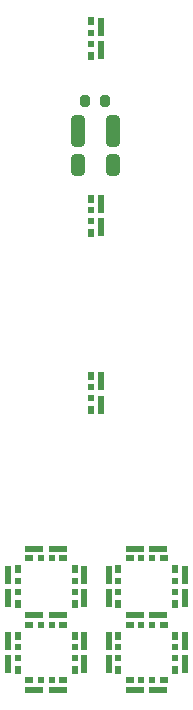
<source format=gbr>
%TF.GenerationSoftware,KiCad,Pcbnew,6.0.2*%
%TF.CreationDate,2022-03-25T15:37:29+01:00*%
%TF.ProjectId,espriktning,65737072-696b-4746-9e69-6e672e6b6963,rev?*%
%TF.SameCoordinates,Original*%
%TF.FileFunction,Paste,Bot*%
%TF.FilePolarity,Positive*%
%FSLAX46Y46*%
G04 Gerber Fmt 4.6, Leading zero omitted, Abs format (unit mm)*
G04 Created by KiCad (PCBNEW 6.0.2) date 2022-03-25 15:37:29*
%MOMM*%
%LPD*%
G01*
G04 APERTURE LIST*
G04 Aperture macros list*
%AMRoundRect*
0 Rectangle with rounded corners*
0 $1 Rounding radius*
0 $2 $3 $4 $5 $6 $7 $8 $9 X,Y pos of 4 corners*
0 Add a 4 corners polygon primitive as box body*
4,1,4,$2,$3,$4,$5,$6,$7,$8,$9,$2,$3,0*
0 Add four circle primitives for the rounded corners*
1,1,$1+$1,$2,$3*
1,1,$1+$1,$4,$5*
1,1,$1+$1,$6,$7*
1,1,$1+$1,$8,$9*
0 Add four rect primitives between the rounded corners*
20,1,$1+$1,$2,$3,$4,$5,0*
20,1,$1+$1,$4,$5,$6,$7,0*
20,1,$1+$1,$6,$7,$8,$9,0*
20,1,$1+$1,$8,$9,$2,$3,0*%
G04 Aperture macros list end*
%ADD10R,0.600000X0.500000*%
%ADD11R,0.600000X1.620000*%
%ADD12R,0.600000X0.700000*%
%ADD13R,1.620000X0.600000*%
%ADD14R,0.500000X0.600000*%
%ADD15R,0.700000X0.600000*%
%ADD16RoundRect,0.250000X0.312500X1.075000X-0.312500X1.075000X-0.312500X-1.075000X0.312500X-1.075000X0*%
%ADD17RoundRect,0.250000X0.325000X0.650000X-0.325000X0.650000X-0.325000X-0.650000X0.325000X-0.650000X0*%
%ADD18RoundRect,0.200000X-0.200000X-0.275000X0.200000X-0.275000X0.200000X0.275000X-0.200000X0.275000X0*%
G04 APERTURE END LIST*
D10*
%TO.C,D2*%
X39575000Y-41450000D03*
D11*
X40375000Y-42000000D03*
D12*
X39575000Y-39550000D03*
D11*
X40375000Y-40000000D03*
D10*
X39575000Y-40550000D03*
D12*
X39575000Y-42450000D03*
%TD*%
D10*
%TO.C,D3*%
X39575000Y-56450000D03*
D11*
X40375000Y-57000000D03*
D12*
X39575000Y-54550000D03*
D10*
X39575000Y-55550000D03*
D11*
X40375000Y-55000000D03*
D12*
X39575000Y-57450000D03*
%TD*%
D10*
%TO.C,D4*%
X39575000Y-71450000D03*
D11*
X40375000Y-72000000D03*
D12*
X39575000Y-69550000D03*
D11*
X40375000Y-70000000D03*
D10*
X39575000Y-70550000D03*
D12*
X39575000Y-72450000D03*
%TD*%
D13*
%TO.C,D5*%
X45250000Y-84225000D03*
D14*
X44700000Y-85025000D03*
D15*
X42800000Y-85025000D03*
D14*
X43800000Y-85025000D03*
D13*
X43250000Y-84225000D03*
D15*
X45700000Y-85025000D03*
%TD*%
D11*
%TO.C,D6*%
X47475000Y-88400000D03*
D10*
X46675000Y-87850000D03*
D12*
X46675000Y-85950000D03*
D10*
X46675000Y-86950000D03*
D11*
X47475000Y-86400000D03*
D12*
X46675000Y-88850000D03*
%TD*%
D11*
%TO.C,D7*%
X41025000Y-86400000D03*
D10*
X41825000Y-86950000D03*
D12*
X41825000Y-88850000D03*
D11*
X41025000Y-88400000D03*
D10*
X41825000Y-87850000D03*
D12*
X41825000Y-85950000D03*
%TD*%
D13*
%TO.C,D8*%
X45250000Y-89825000D03*
D14*
X44700000Y-90625000D03*
D15*
X42800000Y-90625000D03*
D14*
X43800000Y-90625000D03*
D13*
X43250000Y-89825000D03*
D15*
X45700000Y-90625000D03*
%TD*%
D10*
%TO.C,D9*%
X46675000Y-93450000D03*
D11*
X47475000Y-94000000D03*
D12*
X46675000Y-91550000D03*
D11*
X47475000Y-92000000D03*
D10*
X46675000Y-92550000D03*
D12*
X46675000Y-94450000D03*
%TD*%
D10*
%TO.C,D10*%
X41825000Y-92550000D03*
D11*
X41025000Y-92000000D03*
D12*
X41825000Y-94450000D03*
D10*
X41825000Y-93450000D03*
D11*
X41025000Y-94000000D03*
D12*
X41825000Y-91550000D03*
%TD*%
D14*
%TO.C,D11*%
X43800000Y-95325000D03*
D13*
X43250000Y-96125000D03*
D15*
X45700000Y-95325000D03*
D13*
X45250000Y-96125000D03*
D14*
X44700000Y-95325000D03*
D15*
X42800000Y-95325000D03*
%TD*%
D14*
%TO.C,D12*%
X36200000Y-85025000D03*
D13*
X36750000Y-84225000D03*
D15*
X34300000Y-85025000D03*
D14*
X35300000Y-85025000D03*
D13*
X34750000Y-84225000D03*
D15*
X37200000Y-85025000D03*
%TD*%
D10*
%TO.C,D13*%
X38175000Y-87850000D03*
D11*
X38975000Y-88400000D03*
D12*
X38175000Y-85950000D03*
D10*
X38175000Y-86950000D03*
D11*
X38975000Y-86400000D03*
D12*
X38175000Y-88850000D03*
%TD*%
D11*
%TO.C,D14*%
X32525000Y-86400000D03*
D10*
X33325000Y-86950000D03*
D12*
X33325000Y-88850000D03*
D11*
X32525000Y-88400000D03*
D10*
X33325000Y-87850000D03*
D12*
X33325000Y-85950000D03*
%TD*%
D13*
%TO.C,D15*%
X36750000Y-89825000D03*
D14*
X36200000Y-90625000D03*
D15*
X34300000Y-90625000D03*
D14*
X35300000Y-90625000D03*
D13*
X34750000Y-89825000D03*
D15*
X37200000Y-90625000D03*
%TD*%
D10*
%TO.C,D16*%
X38175000Y-93450000D03*
D11*
X38975000Y-94000000D03*
D12*
X38175000Y-91550000D03*
D10*
X38175000Y-92550000D03*
D11*
X38975000Y-92000000D03*
D12*
X38175000Y-94450000D03*
%TD*%
D11*
%TO.C,D17*%
X32525000Y-92000000D03*
D10*
X33325000Y-92550000D03*
D12*
X33325000Y-94450000D03*
D11*
X32525000Y-94000000D03*
D10*
X33325000Y-93450000D03*
D12*
X33325000Y-91550000D03*
%TD*%
D14*
%TO.C,D18*%
X35300000Y-95325000D03*
D13*
X34750000Y-96125000D03*
D15*
X37200000Y-95325000D03*
D13*
X36750000Y-96125000D03*
D14*
X36200000Y-95325000D03*
D15*
X34300000Y-95325000D03*
%TD*%
D16*
%TO.C,R1*%
X41362500Y-48800000D03*
X38437500Y-48800000D03*
%TD*%
D17*
%TO.C,C10*%
X41375000Y-51700000D03*
X38425000Y-51700000D03*
%TD*%
D18*
%TO.C,R2*%
X39050000Y-46300000D03*
X40700000Y-46300000D03*
%TD*%
M02*

</source>
